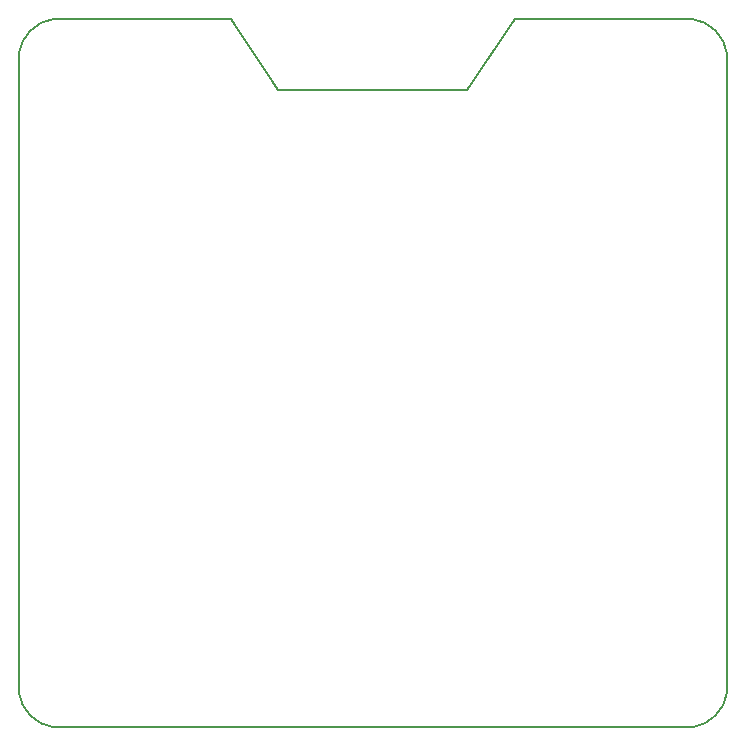
<source format=gbr>
G04 DipTrace 3.2.0.1*
G04 Ãðàíèöûïëàòû.gbr*
%MOMM*%
G04 #@! TF.FileFunction,Profile*
G04 #@! TF.Part,Single*
%ADD11C,0.14*%
%FSLAX35Y35*%
G04*
G71*
G90*
G75*
G01*
G04 BoardOutline*
%LPD*%
X-3000000Y2700000D2*
D11*
G02X-2700000Y3000000I350000J-50000D01*
G01*
X-1200033D1*
X-800000Y2400000D1*
X800000D1*
X1200000Y3000000D1*
X2700000D1*
G02X3000000Y2700000I-50000J-350000D01*
G01*
Y-2700000D1*
G02X2700000Y-3000000I-350000J50000D01*
G01*
X-2700000D1*
G02X-3000000Y-2700000I50000J350000D01*
G01*
Y2700000D1*
M02*

</source>
